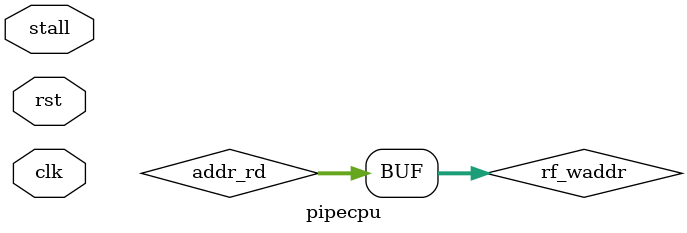
<source format=sv>
`include "def.sv"

module pipecpu (
    input clk, rst,
    input stall
);

    // IF

    wire pc_jmp, pc_rel;
    wire [31:0] pc_cur, pc_nxt;

    pc pc0(
        .clk(clk), .rst(rst), .stall(stall),
        .cur(pc_cur),
        .jmp(pc_jmp), .rel(pc_rel),
        .nxt(pc_nxt)
    );

    wire [31:0] instr;

    imem imem0(
        // .clk(clk), .rst(rst),
        .addr(pc_cur), .rdata(instr)
    );

    wire [6:0] opcode; wire [2:0] funct3; wire [6:0] funct7;
    wire [4:0] addr_rs1, addr_rs2, addr_rd;
    wire [4:0] imm5; wire [6:0] imm7; wire [11:0] imm12; wire [19:0] imm20;
    wire [31:0] imm_i, imm_s, imm_b, imm_u, imm_j;
    wire load, store, branch, jalr, jal, auipc, lui, op, op_imm, system;

    // ID

    dec dec0(
        .instr(instr),
        .opcode(opcode), .funct3(funct3), .funct7(funct7),
        .rs1(addr_rs1), .rs2(addr_rs2), .rd(addr_rd),
        .imm5(imm5), .imm7(imm7), .imm12(imm12), .imm20(imm20),
        .imm_i(imm_i), .imm_s(imm_s), .imm_b(imm_b), .imm_u(imm_u), .imm_j(imm_j),
        .load(load), .store(store), .branch(branch), .jalr(jalr), .jal(jal), .auipc(auipc), .lui(lui), .op_imm(op_imm), .op(op), .system(system)
    );

    wire [31:0] rf_rdata_rs1, rf_rdata_rs2;
    reg rf_wen; reg [4:0] rf_waddr; reg [31:0] rf_wdata;

    regfile rf0(
        .clk(clk), .rst(rst),
        .raddr1(addr_rs1), .raddr2(addr_rs2), .rdata1(rf_rdata_rs1), .rdata2(rf_rdata_rs2),
        .wen(rf_wen), .waddr(rf_waddr), .wdata(rf_wdata)
    );

    // EX

    wire [31:0] alu_a, alu_b, alu_t;
    assign alu_a = rf_rdata_rs1;
    assign alu_b = op_imm ? imm_i : rf_rdata_rs2;

    alu alu0(
        .op(op), .op_imm(op_imm),
        .funct3(funct3), .funct7(funct7),
        .a(alu_a), .b(alu_b), .t(alu_t)
    );

    wire branch_taken;

    branch br0(
        .branch(branch), .funct3(funct3),
        .rs1(alu_a), .rs2(alu_b),
        .taken(branch_taken)
    );

    wire [31:0] addr_br, addr_jal, addr_jalr,
                addr_br_tgt, addr_jal_tgt, addr_jalr_tgt;
    assign addr_br   = imm_b;
    assign addr_jal  = imm_j;
    assign addr_jalr = rf_rdata_rs1 + imm_i;
    assign addr_br_tgt   = pc_cur + imm_b;
    assign addr_jal_tgt  = pc_cur + imm_j;
    assign addr_jalr_tgt = rf_rdata_rs1 + imm_i;
    assign pc_jmp = branch_taken | jal | jalr;
    assign pc_rel = branch_taken | jal;
    assign pc_nxt = jal ? addr_jal
                  : branch_taken ? addr_br
                  : jalr ? addr_jalr
                  : 32'b0;
    // always_comb begin
    //     pc_nxt = 32'b0;
    //     if (branch_taken) begin
    //         pc_nxt = addr_br;
    //     end else if (jalr) begin
    //         pc_nxt = addr_jalr;
    //     end else if (jal) begin
    //         pc_nxt = addr_jal;
    //     end else begin
    //         pc_nxt = 32'b0;
    //     end
    // end

    // MEM

    wire [31:0] addr_ld, addr_st;
    assign addr_ld = rf_rdata_rs1 + imm_i;
    assign addr_st = rf_rdata_rs1 + imm_s;

    // WB

    wire [31:0] res_auipc;
    assign rf_waddr = addr_rd;
    assign res_auipc = pc_cur[31:0] + imm_u[31:0];

    always_comb begin
        rf_wen = 1;
        if (auipc) begin
            rf_wdata = res_auipc;
        end else if (jal | jalr) begin
            rf_wdata = pc_cur + 4;
        end else if (load) begin
            // rf_wdata[31:0] = dmem_data_out[31:0];
            rf_wdata = 32'b0;
        end else if (lui) begin
            rf_wdata = imm_u;
        end else if (op | op_imm) begin
            rf_wdata = alu_t;
        end else begin
            rf_wen = 0;
            rf_wdata = 32'b0;
        end
    end

endmodule
</source>
